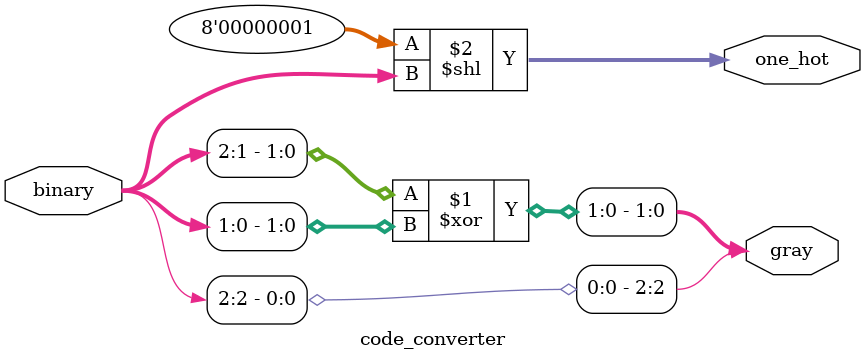
<source format=sv>
module code_converter (
    input [2:0] binary,
    output [2:0] gray,
    output [7:0] one_hot
);

    // 优化的Gray码转换
    // 直接使用位操作，无需中间变量
    assign gray = {binary[2], binary[2:1] ^ binary[1:0]};

    // 优化的独热码转换
    // 使用移位运算直接生成独热码，避免复杂的条件表达式
    assign one_hot = 8'b00000001 << binary;

endmodule
</source>
